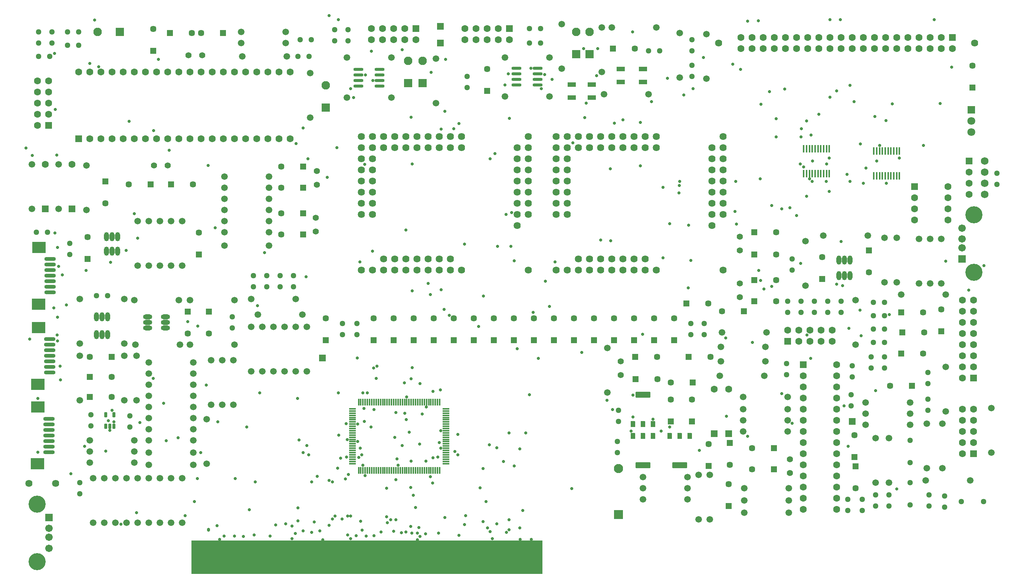
<source format=gts>
G04*
G04 #@! TF.GenerationSoftware,Altium Limited,Altium Designer,19.1.7 (138)*
G04*
G04 Layer_Color=8388736*
%FSLAX24Y24*%
%MOIN*%
G70*
G01*
G75*
%ADD18R,3.1550X0.3000*%
%ADD19R,0.0721X0.0422*%
G04:AMPARAMS|DCode=20|XSize=131.6mil|YSize=55.6mil|CornerRadius=5.9mil|HoleSize=0mil|Usage=FLASHONLY|Rotation=180.000|XOffset=0mil|YOffset=0mil|HoleType=Round|Shape=RoundedRectangle|*
%AMROUNDEDRECTD20*
21,1,0.1316,0.0438,0,0,180.0*
21,1,0.1198,0.0556,0,0,180.0*
1,1,0.0117,-0.0599,0.0219*
1,1,0.0117,0.0599,0.0219*
1,1,0.0117,0.0599,-0.0219*
1,1,0.0117,-0.0599,-0.0219*
%
%ADD20ROUNDEDRECTD20*%
G04:AMPARAMS|DCode=21|XSize=40.6mil|YSize=55.6mil|CornerRadius=4.7mil|HoleSize=0mil|Usage=FLASHONLY|Rotation=180.000|XOffset=0mil|YOffset=0mil|HoleType=Round|Shape=RoundedRectangle|*
%AMROUNDEDRECTD21*
21,1,0.0406,0.0461,0,0,180.0*
21,1,0.0311,0.0556,0,0,180.0*
1,1,0.0095,-0.0156,0.0230*
1,1,0.0095,0.0156,0.0230*
1,1,0.0095,0.0156,-0.0230*
1,1,0.0095,-0.0156,-0.0230*
%
%ADD21ROUNDEDRECTD21*%
%ADD22O,0.1040X0.0340*%
%ADD23O,0.0150X0.0631*%
%ADD24O,0.0631X0.0150*%
G04:AMPARAMS|DCode=25|XSize=47.3mil|YSize=27.6mil|CornerRadius=7.9mil|HoleSize=0mil|Usage=FLASHONLY|Rotation=270.000|XOffset=0mil|YOffset=0mil|HoleType=Round|Shape=RoundedRectangle|*
%AMROUNDEDRECTD25*
21,1,0.0473,0.0118,0,0,270.0*
21,1,0.0315,0.0276,0,0,270.0*
1,1,0.0158,-0.0059,-0.0157*
1,1,0.0158,-0.0059,0.0157*
1,1,0.0158,0.0059,0.0157*
1,1,0.0158,0.0059,-0.0157*
%
%ADD25ROUNDEDRECTD25*%
%ADD26O,0.0906X0.0276*%
%ADD27R,0.0158X0.0670*%
%ADD28O,0.0440X0.2040*%
%ADD29C,0.0640*%
%ADD30C,0.0512*%
%ADD31C,0.0690*%
%ADD32C,0.0670*%
%ADD33R,0.0670X0.0670*%
%ADD34C,0.1536*%
%ADD35C,0.0572*%
%ADD36R,0.0572X0.0572*%
%ADD37R,0.0572X0.0572*%
%ADD38C,0.0591*%
%ADD39C,0.0631*%
%ADD40R,0.0631X0.0631*%
%ADD41R,0.0631X0.0631*%
%ADD42R,0.1240X0.1040*%
%ADD43O,0.0827X0.0434*%
%ADD44O,0.0827X0.0434*%
%ADD45O,0.0434X0.0827*%
%ADD46O,0.0434X0.0827*%
%ADD47C,0.0709*%
%ADD48R,0.0709X0.0709*%
%ADD49R,0.0768X0.0768*%
%ADD50C,0.0768*%
%ADD51R,0.0768X0.0768*%
%ADD52C,0.0552*%
%ADD53C,0.0827*%
%ADD54R,0.0827X0.0827*%
%ADD55C,0.0276*%
D18*
X71605Y61300D02*
D03*
D19*
X96400Y104017D02*
D03*
Y105183D02*
D03*
X94400Y104017D02*
D03*
Y105183D02*
D03*
X91800Y102617D02*
D03*
Y103783D02*
D03*
X90000Y102617D02*
D03*
Y103783D02*
D03*
D20*
X96398Y69566D02*
D03*
X96400Y75917D02*
D03*
X99700Y69583D02*
D03*
D21*
X95497Y72200D02*
D03*
X96398D02*
D03*
X97300D02*
D03*
X97302Y73283D02*
D03*
X96400D02*
D03*
X95498D02*
D03*
X98798Y72217D02*
D03*
X99700D02*
D03*
X100602D02*
D03*
D22*
X43100Y80900D02*
D03*
Y80400D02*
D03*
Y79900D02*
D03*
Y79400D02*
D03*
Y78900D02*
D03*
Y78400D02*
D03*
Y77900D02*
D03*
X43145Y88100D02*
D03*
Y87600D02*
D03*
Y87100D02*
D03*
Y86600D02*
D03*
Y86100D02*
D03*
Y85600D02*
D03*
Y85100D02*
D03*
X43045Y73750D02*
D03*
Y73250D02*
D03*
Y72750D02*
D03*
Y72250D02*
D03*
Y71750D02*
D03*
Y71250D02*
D03*
Y70750D02*
D03*
D23*
X77946Y69113D02*
D03*
X78143D02*
D03*
Y75255D02*
D03*
X77946D02*
D03*
X70860D02*
D03*
X71057D02*
D03*
X71254D02*
D03*
X71450D02*
D03*
X71647D02*
D03*
X71844D02*
D03*
X72041D02*
D03*
X72238D02*
D03*
X72435D02*
D03*
X72632D02*
D03*
X72828D02*
D03*
X73025D02*
D03*
X73222D02*
D03*
X73419D02*
D03*
X73616D02*
D03*
X73813D02*
D03*
X74009D02*
D03*
X74206D02*
D03*
X74403D02*
D03*
X74600D02*
D03*
X74797D02*
D03*
X74994D02*
D03*
X75191D02*
D03*
X75387D02*
D03*
X75584D02*
D03*
X75781D02*
D03*
X75978D02*
D03*
X76175D02*
D03*
X76372D02*
D03*
X76568D02*
D03*
X76765D02*
D03*
X76962D02*
D03*
X77159D02*
D03*
X77356D02*
D03*
X77553D02*
D03*
X77750D02*
D03*
Y69113D02*
D03*
X77553D02*
D03*
X77356D02*
D03*
X77159D02*
D03*
X76962D02*
D03*
X76765D02*
D03*
X76568D02*
D03*
X76372D02*
D03*
X76175D02*
D03*
X75978D02*
D03*
X75781D02*
D03*
X75584D02*
D03*
X75387D02*
D03*
X75191D02*
D03*
X74994D02*
D03*
X74797D02*
D03*
X74600D02*
D03*
X74403D02*
D03*
X74206D02*
D03*
X74009D02*
D03*
X73813D02*
D03*
X73616D02*
D03*
X73419D02*
D03*
X73222D02*
D03*
X73025D02*
D03*
X72828D02*
D03*
X72632D02*
D03*
X72435D02*
D03*
X72238D02*
D03*
X72041D02*
D03*
X71844D02*
D03*
X71647D02*
D03*
X71450D02*
D03*
X71254D02*
D03*
X71057D02*
D03*
X70860D02*
D03*
D24*
X78694Y74645D02*
D03*
Y74448D02*
D03*
Y74251D02*
D03*
Y74054D02*
D03*
Y73857D02*
D03*
Y73661D02*
D03*
Y73464D02*
D03*
Y73267D02*
D03*
Y73070D02*
D03*
Y72873D02*
D03*
Y72676D02*
D03*
Y72480D02*
D03*
Y72283D02*
D03*
Y72086D02*
D03*
Y71889D02*
D03*
Y71692D02*
D03*
Y71495D02*
D03*
Y71298D02*
D03*
Y71102D02*
D03*
Y70905D02*
D03*
Y70708D02*
D03*
Y70511D02*
D03*
Y70314D02*
D03*
Y70117D02*
D03*
Y69920D02*
D03*
Y69724D02*
D03*
X70309D02*
D03*
Y69920D02*
D03*
Y70117D02*
D03*
Y70314D02*
D03*
Y70511D02*
D03*
Y70708D02*
D03*
Y70905D02*
D03*
Y71102D02*
D03*
Y71298D02*
D03*
Y71495D02*
D03*
Y71692D02*
D03*
Y71889D02*
D03*
Y72086D02*
D03*
Y72283D02*
D03*
Y72480D02*
D03*
Y72676D02*
D03*
Y72873D02*
D03*
Y73070D02*
D03*
Y73267D02*
D03*
Y73464D02*
D03*
Y73661D02*
D03*
Y73857D02*
D03*
Y74054D02*
D03*
Y74251D02*
D03*
Y74448D02*
D03*
Y74645D02*
D03*
D25*
X48126Y74112D02*
D03*
X48874D02*
D03*
Y73088D02*
D03*
X48500D02*
D03*
X48126D02*
D03*
D26*
X70855Y105150D02*
D03*
Y104650D02*
D03*
Y104150D02*
D03*
Y103650D02*
D03*
X72745Y105150D02*
D03*
Y104650D02*
D03*
Y104150D02*
D03*
Y103650D02*
D03*
X85055Y105250D02*
D03*
Y104750D02*
D03*
Y104250D02*
D03*
Y103750D02*
D03*
X86945Y105250D02*
D03*
Y104750D02*
D03*
Y104250D02*
D03*
Y103750D02*
D03*
D27*
X119452Y97822D02*
D03*
X119196D02*
D03*
X118940D02*
D03*
X118684D02*
D03*
X118428D02*
D03*
X118172D02*
D03*
X117916D02*
D03*
X117660D02*
D03*
X117404D02*
D03*
X117148D02*
D03*
X119452Y95578D02*
D03*
X119196D02*
D03*
X118940D02*
D03*
X118684D02*
D03*
X118428D02*
D03*
X118172D02*
D03*
X117916D02*
D03*
X117660D02*
D03*
X117404D02*
D03*
X117148D02*
D03*
X113152Y98022D02*
D03*
X112896D02*
D03*
X112640D02*
D03*
X112384D02*
D03*
X112128D02*
D03*
X111872D02*
D03*
X111616D02*
D03*
X111360D02*
D03*
X111104D02*
D03*
X110848D02*
D03*
X113152Y95778D02*
D03*
X112896D02*
D03*
X112640D02*
D03*
X112384D02*
D03*
X112128D02*
D03*
X111872D02*
D03*
X111616D02*
D03*
X111360D02*
D03*
X111104D02*
D03*
X110848D02*
D03*
D28*
X62880Y61750D02*
D03*
X80380D02*
D03*
X86880D02*
D03*
X86380D02*
D03*
X85880D02*
D03*
X85380D02*
D03*
X84880D02*
D03*
X84380D02*
D03*
X83880D02*
D03*
X83380D02*
D03*
X82880D02*
D03*
X82380D02*
D03*
X81880D02*
D03*
X79880D02*
D03*
X79380D02*
D03*
X78880D02*
D03*
X78380D02*
D03*
X77880D02*
D03*
X77380D02*
D03*
X76880D02*
D03*
X76380D02*
D03*
X75880D02*
D03*
X75380D02*
D03*
X74880D02*
D03*
X74380D02*
D03*
X73880D02*
D03*
X73380D02*
D03*
X72880D02*
D03*
X72380D02*
D03*
X71880D02*
D03*
X71380D02*
D03*
X70880D02*
D03*
X70380D02*
D03*
X69880D02*
D03*
X69380D02*
D03*
X68880D02*
D03*
X68380D02*
D03*
X67880D02*
D03*
X67380D02*
D03*
X66880D02*
D03*
X66380D02*
D03*
X65880D02*
D03*
X65380D02*
D03*
X64880D02*
D03*
X64380D02*
D03*
X63880D02*
D03*
X63380D02*
D03*
X61380D02*
D03*
X60880D02*
D03*
X60380D02*
D03*
X59880D02*
D03*
X59380D02*
D03*
X58880D02*
D03*
X58380D02*
D03*
X57880D02*
D03*
X57380D02*
D03*
X56880D02*
D03*
X56380D02*
D03*
D29*
X43654Y67938D02*
D03*
X41254D02*
D03*
X88600Y99100D02*
D03*
X89600D02*
D03*
Y98100D02*
D03*
X88600D02*
D03*
X90600D02*
D03*
Y99100D02*
D03*
X91600Y98100D02*
D03*
Y99100D02*
D03*
X92600Y98100D02*
D03*
Y99100D02*
D03*
X93600D02*
D03*
Y98100D02*
D03*
X94600Y99100D02*
D03*
Y98100D02*
D03*
X97600Y99100D02*
D03*
Y98100D02*
D03*
X95600D02*
D03*
X96600D02*
D03*
Y99100D02*
D03*
X95600D02*
D03*
X102600Y98100D02*
D03*
X103600Y99100D02*
D03*
Y98100D02*
D03*
X89600Y97100D02*
D03*
X88600D02*
D03*
X89600Y96100D02*
D03*
X88600D02*
D03*
X89600Y92100D02*
D03*
X88600D02*
D03*
X89600Y93100D02*
D03*
X88600D02*
D03*
Y94100D02*
D03*
X89600D02*
D03*
X88600Y95100D02*
D03*
X89600D02*
D03*
Y87100D02*
D03*
X88600D02*
D03*
X103600D02*
D03*
X95600Y88100D02*
D03*
X96600D02*
D03*
Y87100D02*
D03*
X95600D02*
D03*
X97600D02*
D03*
X94600D02*
D03*
Y88100D02*
D03*
X93600Y87100D02*
D03*
Y88100D02*
D03*
X92600D02*
D03*
Y87100D02*
D03*
X91600Y88100D02*
D03*
Y87100D02*
D03*
X90600Y88100D02*
D03*
Y87100D02*
D03*
X103600Y95100D02*
D03*
X102600D02*
D03*
X103600Y94100D02*
D03*
X102600D02*
D03*
Y93100D02*
D03*
X103600D02*
D03*
X102600Y92100D02*
D03*
X103600D02*
D03*
X102600Y91100D02*
D03*
Y96100D02*
D03*
X103600D02*
D03*
X102600Y97100D02*
D03*
X103600D02*
D03*
X86100D02*
D03*
X85100D02*
D03*
X86100Y96100D02*
D03*
X85100D02*
D03*
Y91100D02*
D03*
X86100Y92100D02*
D03*
X85100D02*
D03*
X86100Y93100D02*
D03*
X85100D02*
D03*
Y94100D02*
D03*
X86100D02*
D03*
X85100Y95100D02*
D03*
X86100D02*
D03*
X73100Y87100D02*
D03*
Y88100D02*
D03*
X74100Y87100D02*
D03*
Y88100D02*
D03*
X75100Y87100D02*
D03*
Y88100D02*
D03*
X76100D02*
D03*
Y87100D02*
D03*
X77100Y88100D02*
D03*
Y87100D02*
D03*
X80100D02*
D03*
X78100D02*
D03*
X79100D02*
D03*
Y88100D02*
D03*
X78100D02*
D03*
X86100Y87100D02*
D03*
X71100D02*
D03*
X72100D02*
D03*
Y95100D02*
D03*
X71100D02*
D03*
X72100Y94100D02*
D03*
X71100D02*
D03*
Y93100D02*
D03*
X72100D02*
D03*
X71100Y92100D02*
D03*
X72100D02*
D03*
X71100Y96100D02*
D03*
X72100D02*
D03*
X71100Y97100D02*
D03*
X72100D02*
D03*
X86100Y98100D02*
D03*
Y99100D02*
D03*
X85100Y98100D02*
D03*
X78100Y99100D02*
D03*
X79100D02*
D03*
Y98100D02*
D03*
X78100D02*
D03*
X80100D02*
D03*
Y99100D02*
D03*
X77100Y98100D02*
D03*
Y99100D02*
D03*
X76100Y98100D02*
D03*
Y99100D02*
D03*
X75100D02*
D03*
Y98100D02*
D03*
X74100Y99100D02*
D03*
Y98100D02*
D03*
X73100Y99100D02*
D03*
Y98100D02*
D03*
X71100D02*
D03*
X72100D02*
D03*
Y99100D02*
D03*
X71100D02*
D03*
X103200Y107500D02*
D03*
X126200D02*
D03*
D30*
X94200Y73500D02*
D03*
Y74500D02*
D03*
X94100Y70700D02*
D03*
Y71700D02*
D03*
X123500Y65800D02*
D03*
Y66800D02*
D03*
X120400Y69800D02*
D03*
Y71800D02*
D03*
X115100Y75900D02*
D03*
Y74900D02*
D03*
X101900Y81300D02*
D03*
Y82300D02*
D03*
X100700Y81300D02*
D03*
Y82300D02*
D03*
X122100Y66900D02*
D03*
Y65900D02*
D03*
X128200Y94800D02*
D03*
Y95800D02*
D03*
X116100Y65500D02*
D03*
Y66500D02*
D03*
X70700Y81300D02*
D03*
Y82300D02*
D03*
X69400Y81300D02*
D03*
Y82300D02*
D03*
X50300Y73000D02*
D03*
Y74000D02*
D03*
X65400Y106300D02*
D03*
X66400D02*
D03*
X118500Y66900D02*
D03*
Y65900D02*
D03*
X117300Y66900D02*
D03*
Y65900D02*
D03*
X46800Y74100D02*
D03*
Y73100D02*
D03*
X44900Y89500D02*
D03*
Y88500D02*
D03*
X59500Y81900D02*
D03*
Y82900D02*
D03*
X80600Y103500D02*
D03*
Y104500D02*
D03*
X125000Y66300D02*
D03*
X127000D02*
D03*
X97900Y106800D02*
D03*
X96900D02*
D03*
X48300Y84800D02*
D03*
X47300D02*
D03*
X109800Y87100D02*
D03*
Y88100D02*
D03*
X109300Y78700D02*
D03*
Y77700D02*
D03*
X114800Y65500D02*
D03*
Y66500D02*
D03*
X111800Y84300D02*
D03*
Y83300D02*
D03*
X42100Y106300D02*
D03*
X43100D02*
D03*
X42900Y90500D02*
D03*
X41900D02*
D03*
X114200Y83300D02*
D03*
Y84300D02*
D03*
X113000Y83300D02*
D03*
Y84300D02*
D03*
X109400Y83300D02*
D03*
Y84300D02*
D03*
X110600Y83300D02*
D03*
Y84300D02*
D03*
X45700Y108500D02*
D03*
X44700D02*
D03*
X65600Y107800D02*
D03*
X66600D02*
D03*
X45700Y107300D02*
D03*
X44700D02*
D03*
X42100Y107500D02*
D03*
Y108500D02*
D03*
X43300Y107500D02*
D03*
Y108500D02*
D03*
X116900Y79300D02*
D03*
Y78300D02*
D03*
X118100Y79300D02*
D03*
Y78300D02*
D03*
X120400Y68000D02*
D03*
Y66000D02*
D03*
X118100Y80600D02*
D03*
X117100D02*
D03*
X118100Y81800D02*
D03*
X117100D02*
D03*
X118100Y83000D02*
D03*
X117100D02*
D03*
X118100Y84200D02*
D03*
X117100D02*
D03*
X63800Y85600D02*
D03*
Y86600D02*
D03*
X87200Y108800D02*
D03*
X86200D02*
D03*
Y107500D02*
D03*
X87200D02*
D03*
X62600Y85600D02*
D03*
Y86600D02*
D03*
X65000Y85600D02*
D03*
Y86600D02*
D03*
X45800Y67000D02*
D03*
Y68000D02*
D03*
X61400Y85600D02*
D03*
Y86600D02*
D03*
X115200Y78500D02*
D03*
Y77500D02*
D03*
X122000Y74500D02*
D03*
Y75500D02*
D03*
Y77900D02*
D03*
Y76900D02*
D03*
X100800Y107800D02*
D03*
Y106800D02*
D03*
X68700Y108700D02*
D03*
Y107700D02*
D03*
X69900D02*
D03*
Y108700D02*
D03*
X100800Y105500D02*
D03*
Y104500D02*
D03*
D31*
X127100Y93900D02*
D03*
Y95900D02*
D03*
Y94900D02*
D03*
Y96900D02*
D03*
D32*
X125086Y89894D02*
D03*
Y90878D02*
D03*
Y89106D02*
D03*
X43050Y63894D02*
D03*
Y62122D02*
D03*
Y63106D02*
D03*
D33*
X125086Y88122D02*
D03*
X43050Y64878D02*
D03*
D34*
X126153Y86913D02*
D03*
Y92087D02*
D03*
X41983Y60913D02*
D03*
Y66087D02*
D03*
D35*
X102284Y84100D02*
D03*
X104200Y69616D02*
D03*
X57400Y81416D02*
D03*
X55500D02*
D03*
X56500Y90484D02*
D03*
X46500Y90084D02*
D03*
X48100Y93116D02*
D03*
X123200Y83584D02*
D03*
X48684Y77500D02*
D03*
X46716Y79300D02*
D03*
X116700Y86916D02*
D03*
X112500Y88284D02*
D03*
X48684Y75700D02*
D03*
X118616Y76700D02*
D03*
X52400Y108784D02*
D03*
X115500Y67516D02*
D03*
X106216Y69200D02*
D03*
X55984Y94800D02*
D03*
X56716Y108400D02*
D03*
X55884D02*
D03*
X115400Y72284D02*
D03*
X106216Y71100D02*
D03*
X50216Y94800D02*
D03*
X63916Y94500D02*
D03*
X84800Y82784D02*
D03*
X67900D02*
D03*
X63916Y96400D02*
D03*
X82400Y105184D02*
D03*
X63916Y90300D02*
D03*
Y92200D02*
D03*
X83000Y82784D02*
D03*
X81200D02*
D03*
X79400D02*
D03*
X77600D02*
D03*
X75800D02*
D03*
X74000D02*
D03*
X72200D02*
D03*
X108384Y90500D02*
D03*
Y88500D02*
D03*
X95684Y107000D02*
D03*
X108384Y86200D02*
D03*
Y84300D02*
D03*
X86600Y82784D02*
D03*
X88400D02*
D03*
X90200D02*
D03*
X92000D02*
D03*
X93800D02*
D03*
X95600D02*
D03*
X97400D02*
D03*
X99200D02*
D03*
X103516Y83400D02*
D03*
X121584Y79600D02*
D03*
Y83300D02*
D03*
X126000Y105484D02*
D03*
X121684Y81500D02*
D03*
X98900Y75484D02*
D03*
X102484Y79300D02*
D03*
X100800Y75484D02*
D03*
X98916Y77000D02*
D03*
X97700Y77300D02*
D03*
X97684Y79300D02*
D03*
X104100Y67884D02*
D03*
X102300Y71484D02*
D03*
D36*
X100316Y84100D02*
D03*
X46716Y77500D02*
D03*
X48684Y79300D02*
D03*
X46716Y75700D02*
D03*
X120584Y76700D02*
D03*
X108184Y69200D02*
D03*
X54016Y94800D02*
D03*
X58684Y108400D02*
D03*
X53916D02*
D03*
X108184Y71100D02*
D03*
X52184Y94800D02*
D03*
X65884Y94500D02*
D03*
Y96400D02*
D03*
Y90300D02*
D03*
Y92200D02*
D03*
X106416Y90500D02*
D03*
Y88500D02*
D03*
X93716Y107000D02*
D03*
X106416Y86200D02*
D03*
Y84300D02*
D03*
X105484Y83400D02*
D03*
X119616Y79600D02*
D03*
Y83300D02*
D03*
X119716Y81500D02*
D03*
X100516Y79300D02*
D03*
X100884Y77000D02*
D03*
X95731Y77300D02*
D03*
X95716Y79300D02*
D03*
D37*
X104200Y71584D02*
D03*
X57400Y83384D02*
D03*
X55500D02*
D03*
X56500Y88516D02*
D03*
X46500Y88116D02*
D03*
X48100Y95084D02*
D03*
X123200Y81616D02*
D03*
X116700Y88884D02*
D03*
X112500Y86316D02*
D03*
X52400Y106816D02*
D03*
X115500Y69484D02*
D03*
X115400Y70316D02*
D03*
X84800Y80816D02*
D03*
X67900D02*
D03*
X82400Y103216D02*
D03*
X83000Y80816D02*
D03*
X81200D02*
D03*
X79400D02*
D03*
X77600D02*
D03*
X75800D02*
D03*
X74000D02*
D03*
X72200D02*
D03*
X86600D02*
D03*
X88400D02*
D03*
X90200D02*
D03*
X92000D02*
D03*
X93800D02*
D03*
X95600D02*
D03*
X97400D02*
D03*
X99200D02*
D03*
X126000Y103516D02*
D03*
X98900Y73516D02*
D03*
X100800D02*
D03*
X104100Y65916D02*
D03*
X102300Y69516D02*
D03*
D38*
X103400Y80200D02*
D03*
X107400D02*
D03*
X92900Y102900D02*
D03*
X96900D02*
D03*
X52000Y87500D02*
D03*
Y91500D02*
D03*
X50700Y84400D02*
D03*
X54700D02*
D03*
X53000Y87500D02*
D03*
Y91500D02*
D03*
X109400Y75700D02*
D03*
X105400D02*
D03*
X51000Y87500D02*
D03*
Y91500D02*
D03*
X59700Y80400D02*
D03*
X55700D02*
D03*
X50800D02*
D03*
X54800D02*
D03*
X55000Y87500D02*
D03*
Y91500D02*
D03*
X55700Y84400D02*
D03*
X59700D02*
D03*
X54000Y91500D02*
D03*
Y87500D02*
D03*
X50900Y75400D02*
D03*
Y79400D02*
D03*
X49800Y75400D02*
D03*
Y79400D02*
D03*
X119200Y90000D02*
D03*
Y86000D02*
D03*
X127700Y74700D02*
D03*
Y70700D02*
D03*
X111000Y85700D02*
D03*
Y89700D02*
D03*
X45800Y75400D02*
D03*
Y79400D02*
D03*
Y84500D02*
D03*
Y80500D02*
D03*
X112600Y90200D02*
D03*
X116600D02*
D03*
X118100Y90000D02*
D03*
Y86000D02*
D03*
X49800Y80500D02*
D03*
Y84500D02*
D03*
X66500Y104800D02*
D03*
Y100800D02*
D03*
X120400Y74200D02*
D03*
X116400D02*
D03*
X120400Y73200D02*
D03*
X116400D02*
D03*
X64300Y108500D02*
D03*
X60300D02*
D03*
X43900Y96600D02*
D03*
Y92600D02*
D03*
X64300Y107500D02*
D03*
X60300D02*
D03*
X46400Y96500D02*
D03*
Y92500D02*
D03*
X41500Y96600D02*
D03*
Y92600D02*
D03*
X120400Y75200D02*
D03*
X116400D02*
D03*
X109400Y73600D02*
D03*
X105400D02*
D03*
X109400Y72600D02*
D03*
X105400D02*
D03*
X64400Y106300D02*
D03*
X60400D02*
D03*
X109400Y74600D02*
D03*
X105400D02*
D03*
X56000Y69600D02*
D03*
X52000D02*
D03*
Y70700D02*
D03*
X56000D02*
D03*
X50700Y69800D02*
D03*
X46700D02*
D03*
X117300Y68000D02*
D03*
Y72000D02*
D03*
X58800Y91500D02*
D03*
X62800D02*
D03*
X46700Y70800D02*
D03*
X50700D02*
D03*
X46700Y71800D02*
D03*
X50700D02*
D03*
X58800Y92500D02*
D03*
X62800D02*
D03*
X118500Y68000D02*
D03*
Y72000D02*
D03*
X58800Y95500D02*
D03*
X62800D02*
D03*
Y90500D02*
D03*
X58800D02*
D03*
Y94500D02*
D03*
X62800D02*
D03*
X58800Y93500D02*
D03*
X62800D02*
D03*
X77800Y102100D02*
D03*
Y106100D02*
D03*
X58800Y89300D02*
D03*
X62800D02*
D03*
X48000Y64400D02*
D03*
Y68400D02*
D03*
X65200Y84500D02*
D03*
X61200D02*
D03*
X47000Y68400D02*
D03*
Y64400D02*
D03*
X89100Y109200D02*
D03*
Y105200D02*
D03*
X69800Y106200D02*
D03*
X73800D02*
D03*
Y102600D02*
D03*
X69800D02*
D03*
X123300Y69300D02*
D03*
Y73300D02*
D03*
X123200Y85900D02*
D03*
Y89900D02*
D03*
X55000Y68400D02*
D03*
Y64400D02*
D03*
X54000Y68400D02*
D03*
Y64400D02*
D03*
X53000D02*
D03*
Y68400D02*
D03*
X52000Y64400D02*
D03*
Y68400D02*
D03*
X51000Y64400D02*
D03*
Y68400D02*
D03*
X50000D02*
D03*
Y64400D02*
D03*
X49000D02*
D03*
Y68400D02*
D03*
X97600Y108900D02*
D03*
X93600D02*
D03*
X121800Y68200D02*
D03*
X125800D02*
D03*
X123600Y78400D02*
D03*
Y74400D02*
D03*
X121900Y73300D02*
D03*
Y69300D02*
D03*
X99700Y104400D02*
D03*
Y108400D02*
D03*
X92700Y104900D02*
D03*
Y108900D02*
D03*
X107500Y81500D02*
D03*
X103500D02*
D03*
X123600Y84900D02*
D03*
X119600D02*
D03*
X88000Y106200D02*
D03*
X84000D02*
D03*
X115500Y80400D02*
D03*
Y84400D02*
D03*
X84000Y102700D02*
D03*
X88000D02*
D03*
X102100Y108300D02*
D03*
Y104300D02*
D03*
X122200Y85900D02*
D03*
Y89900D02*
D03*
X121200Y85900D02*
D03*
Y89900D02*
D03*
X56000Y71800D02*
D03*
X52000D02*
D03*
X56000Y72800D02*
D03*
X52000D02*
D03*
X56000Y73800D02*
D03*
X52000D02*
D03*
X56000Y74800D02*
D03*
X52000D02*
D03*
X56000Y75800D02*
D03*
X52000D02*
D03*
X56000Y76800D02*
D03*
X52000D02*
D03*
X63200Y82000D02*
D03*
Y78000D02*
D03*
X56000Y77800D02*
D03*
X52000D02*
D03*
X56000Y78800D02*
D03*
X52000D02*
D03*
X62200Y82000D02*
D03*
Y78000D02*
D03*
X61200Y82000D02*
D03*
Y78000D02*
D03*
X107300Y77600D02*
D03*
X103300D02*
D03*
X103400Y78900D02*
D03*
X107400D02*
D03*
X66200Y78000D02*
D03*
Y82000D02*
D03*
X102400Y64700D02*
D03*
Y68700D02*
D03*
X65200Y78000D02*
D03*
Y82000D02*
D03*
X101400Y64700D02*
D03*
Y68700D02*
D03*
X96400Y66500D02*
D03*
X100400D02*
D03*
X96400Y67500D02*
D03*
X100400D02*
D03*
X64200Y78000D02*
D03*
Y82000D02*
D03*
X96400Y68500D02*
D03*
X100400D02*
D03*
X65800Y83100D02*
D03*
X61800D02*
D03*
X59600Y75000D02*
D03*
Y79000D02*
D03*
X58600Y75000D02*
D03*
Y79000D02*
D03*
X57600Y75000D02*
D03*
Y79000D02*
D03*
X93200Y80100D02*
D03*
Y76100D02*
D03*
X109500Y67500D02*
D03*
X105500D02*
D03*
X109500Y66400D02*
D03*
X105500D02*
D03*
X109500Y65300D02*
D03*
X105500D02*
D03*
X57200Y73700D02*
D03*
Y69700D02*
D03*
D39*
X125100Y74600D02*
D03*
X126100D02*
D03*
X125100Y73600D02*
D03*
X126100D02*
D03*
X125100Y72600D02*
D03*
X126100D02*
D03*
X125100Y71600D02*
D03*
X126100D02*
D03*
X125100Y70600D02*
D03*
X105200Y107000D02*
D03*
Y108000D02*
D03*
X106200Y107000D02*
D03*
Y108000D02*
D03*
X107200Y107000D02*
D03*
Y108000D02*
D03*
X108200Y107000D02*
D03*
Y108000D02*
D03*
X109200Y107000D02*
D03*
Y108000D02*
D03*
X110200Y107000D02*
D03*
Y108000D02*
D03*
X111200Y107000D02*
D03*
Y108000D02*
D03*
X112200Y107000D02*
D03*
Y108000D02*
D03*
X113200Y107000D02*
D03*
Y108000D02*
D03*
X114200Y107000D02*
D03*
Y108000D02*
D03*
X115200Y107000D02*
D03*
Y108000D02*
D03*
X116200Y107000D02*
D03*
Y108000D02*
D03*
X117200Y107000D02*
D03*
Y108000D02*
D03*
X118200Y107000D02*
D03*
Y108000D02*
D03*
X119200Y107000D02*
D03*
Y108000D02*
D03*
X120200Y107000D02*
D03*
Y108000D02*
D03*
X121200Y107000D02*
D03*
Y108000D02*
D03*
X122200Y107000D02*
D03*
Y108000D02*
D03*
X123200Y107000D02*
D03*
Y108000D02*
D03*
X124200Y107000D02*
D03*
X125700Y93900D02*
D03*
Y94900D02*
D03*
Y95900D02*
D03*
X42000Y100100D02*
D03*
X43000Y101100D02*
D03*
X42000D02*
D03*
X43000Y102100D02*
D03*
X42000D02*
D03*
X43000Y103100D02*
D03*
X42000D02*
D03*
X43000Y104100D02*
D03*
X42000D02*
D03*
X109400Y81700D02*
D03*
X110400Y80700D02*
D03*
Y81700D02*
D03*
X111400Y80700D02*
D03*
Y81700D02*
D03*
X112400Y80700D02*
D03*
Y81700D02*
D03*
X113400Y80700D02*
D03*
Y81700D02*
D03*
X126100Y78400D02*
D03*
Y79400D02*
D03*
Y80400D02*
D03*
Y81400D02*
D03*
Y82400D02*
D03*
Y83400D02*
D03*
Y84400D02*
D03*
X125100Y77400D02*
D03*
Y78400D02*
D03*
Y79400D02*
D03*
Y80400D02*
D03*
Y81400D02*
D03*
Y82400D02*
D03*
Y83400D02*
D03*
Y84400D02*
D03*
X84400Y107800D02*
D03*
X83400Y108800D02*
D03*
Y107800D02*
D03*
X82400Y108800D02*
D03*
Y107800D02*
D03*
X81400Y108800D02*
D03*
Y107800D02*
D03*
X80400Y108800D02*
D03*
Y107800D02*
D03*
X76000D02*
D03*
X75000Y108800D02*
D03*
Y107800D02*
D03*
X74000Y108800D02*
D03*
Y107800D02*
D03*
X73000Y108800D02*
D03*
Y107800D02*
D03*
X72000Y108800D02*
D03*
Y107800D02*
D03*
X42700Y96608D02*
D03*
X45100D02*
D03*
X104100Y76408D02*
D03*
X102800D02*
D03*
X120800Y93600D02*
D03*
Y92600D02*
D03*
Y91600D02*
D03*
X123800Y94600D02*
D03*
Y93600D02*
D03*
Y92600D02*
D03*
Y91600D02*
D03*
X113800Y65600D02*
D03*
Y66600D02*
D03*
Y67600D02*
D03*
Y68600D02*
D03*
Y69600D02*
D03*
Y70600D02*
D03*
Y71600D02*
D03*
Y72600D02*
D03*
Y73600D02*
D03*
Y74600D02*
D03*
Y75600D02*
D03*
Y76600D02*
D03*
Y77600D02*
D03*
Y78600D02*
D03*
X110800Y65600D02*
D03*
Y66600D02*
D03*
Y67600D02*
D03*
Y68600D02*
D03*
Y69600D02*
D03*
Y70600D02*
D03*
Y71600D02*
D03*
Y72600D02*
D03*
Y73600D02*
D03*
Y74600D02*
D03*
Y75600D02*
D03*
Y76600D02*
D03*
Y77600D02*
D03*
X46700Y98900D02*
D03*
X47700D02*
D03*
X48700D02*
D03*
X49700D02*
D03*
X50700D02*
D03*
X51700D02*
D03*
X52700D02*
D03*
X53700D02*
D03*
X54700D02*
D03*
X55700D02*
D03*
X56700D02*
D03*
X57700D02*
D03*
X58700D02*
D03*
X59700D02*
D03*
X60700D02*
D03*
X61700D02*
D03*
X62700D02*
D03*
X63700D02*
D03*
X64700D02*
D03*
X45700Y104900D02*
D03*
X46700D02*
D03*
X47700D02*
D03*
X48700D02*
D03*
X49700D02*
D03*
X50700D02*
D03*
X51700D02*
D03*
X52700D02*
D03*
X53700D02*
D03*
X54700D02*
D03*
X55700D02*
D03*
X56700D02*
D03*
X57700D02*
D03*
X58700D02*
D03*
X59700D02*
D03*
X60700D02*
D03*
X61700D02*
D03*
X62700D02*
D03*
X63700D02*
D03*
X64700D02*
D03*
D40*
X126100Y70600D02*
D03*
X125700Y96900D02*
D03*
X43000Y100100D02*
D03*
X126100Y77400D02*
D03*
X42700Y92592D02*
D03*
X45100D02*
D03*
X104100Y72392D02*
D03*
X102800D02*
D03*
X45700Y98900D02*
D03*
X115200Y73500D02*
D03*
X78200Y107500D02*
D03*
Y109000D02*
D03*
D41*
X124200Y108000D02*
D03*
X109400Y80700D02*
D03*
X84400Y108800D02*
D03*
X76000D02*
D03*
X120800Y94600D02*
D03*
X110800Y78600D02*
D03*
X67600Y79200D02*
D03*
D42*
X42055Y76850D02*
D03*
X42105Y81950D02*
D03*
X42100Y84050D02*
D03*
X42150Y89150D02*
D03*
X42000Y69700D02*
D03*
X42050Y74800D02*
D03*
D43*
X53500Y82900D02*
D03*
Y82400D02*
D03*
X51900Y81900D02*
D03*
Y82400D02*
D03*
D44*
X53500Y81900D02*
D03*
X51900Y82900D02*
D03*
D45*
X48200Y90100D02*
D03*
X48700D02*
D03*
X49200Y88800D02*
D03*
X48700D02*
D03*
X115000Y86600D02*
D03*
X114500D02*
D03*
X48300Y81300D02*
D03*
X47800D02*
D03*
X114000Y88000D02*
D03*
X114500D02*
D03*
X47300Y82900D02*
D03*
X47800D02*
D03*
D46*
X49200Y90100D02*
D03*
X48200Y88800D02*
D03*
X114000Y86600D02*
D03*
X47300Y81300D02*
D03*
X115000Y88000D02*
D03*
X48300Y82900D02*
D03*
D47*
X125900Y99500D02*
D03*
Y100500D02*
D03*
D48*
Y101500D02*
D03*
D49*
X67900Y101700D02*
D03*
X76600Y103900D02*
D03*
X75300D02*
D03*
X90400Y106500D02*
D03*
X91600D02*
D03*
D50*
X67900Y103700D02*
D03*
X47400Y108500D02*
D03*
X76600Y105900D02*
D03*
X75300D02*
D03*
X90400Y108500D02*
D03*
X91600D02*
D03*
D51*
X49400D02*
D03*
D52*
X56810Y106400D02*
D03*
X55590D02*
D03*
X109600Y68890D02*
D03*
Y70110D02*
D03*
X53710Y96500D02*
D03*
X52490D02*
D03*
X67100Y94790D02*
D03*
Y96010D02*
D03*
X67000Y90590D02*
D03*
Y91810D02*
D03*
X105100Y88890D02*
D03*
Y90110D02*
D03*
Y84690D02*
D03*
Y85910D02*
D03*
X94400Y78910D02*
D03*
Y77690D02*
D03*
D53*
X94200Y69259D02*
D03*
D54*
Y65141D02*
D03*
D55*
X77296Y68550D02*
D03*
X74210Y68280D02*
D03*
X74206Y64680D02*
D03*
X76130Y62890D02*
D03*
X73750Y64670D02*
D03*
X68980Y69313D02*
D03*
X71000Y71100D02*
D03*
X95343Y72630D02*
D03*
X98798Y73000D02*
D03*
X125670Y85310D02*
D03*
X85350Y63940D02*
D03*
Y71040D02*
D03*
X78109Y71620D02*
D03*
X84853Y69500D02*
D03*
X79520Y70800D02*
D03*
X78230Y71102D02*
D03*
X83290Y71130D02*
D03*
Y64310D02*
D03*
X73380Y64930D02*
D03*
X74000Y63640D02*
D03*
X57380Y63814D02*
D03*
Y63730D02*
D03*
X62900Y63200D02*
D03*
X55290Y65040D02*
D03*
X79880Y63270D02*
D03*
X42050Y70750D02*
D03*
X84380Y64670D02*
D03*
X66880Y64490D02*
D03*
X78234Y72676D02*
D03*
X67630Y62880D02*
D03*
X69880Y63317D02*
D03*
X70130Y65000D02*
D03*
X84380Y72470D02*
D03*
X64880Y62970D02*
D03*
Y64120D02*
D03*
X85860Y72470D02*
D03*
X80460Y65040D02*
D03*
X84380Y63790D02*
D03*
X69880Y65000D02*
D03*
X79779Y70509D02*
D03*
X79780Y72330D02*
D03*
X75584Y69940D02*
D03*
X79779Y72331D02*
D03*
X79780Y70510D02*
D03*
X76909Y69940D02*
D03*
X76880Y63410D02*
D03*
X76130Y63470D02*
D03*
X72880Y63570D02*
D03*
X74783Y71350D02*
D03*
X41320Y80900D02*
D03*
X43820Y80740D02*
D03*
X60520Y63160D02*
D03*
X65407Y64580D02*
D03*
Y65739D02*
D03*
X85597Y65523D02*
D03*
X84000Y103750D02*
D03*
X63416Y64216D02*
D03*
X59700Y63200D02*
D03*
X56100Y66300D02*
D03*
X58130Y64130D02*
D03*
X61480Y63310D02*
D03*
X69050Y109620D02*
D03*
X74790Y106910D02*
D03*
X45010Y68810D02*
D03*
X90000Y67490D02*
D03*
X96171Y96471D02*
D03*
X48130Y70830D02*
D03*
X76335Y71475D02*
D03*
X77553Y70257D02*
D03*
X93170Y75420D02*
D03*
X75191Y75720D02*
D03*
X98050Y72630D02*
D03*
X73390Y67520D02*
D03*
X74300Y70133D02*
D03*
X68750Y65000D02*
D03*
X71190Y63750D02*
D03*
X75110Y63580D02*
D03*
X82300Y66310D02*
D03*
X82050Y69290D02*
D03*
X74403Y69580D02*
D03*
X92600Y89810D02*
D03*
X107960Y92910D02*
D03*
X106770Y109500D02*
D03*
X113200Y109600D02*
D03*
X114140D02*
D03*
X122570D02*
D03*
X78030Y63464D02*
D03*
X73438Y64402D02*
D03*
X70770Y73270D02*
D03*
X82880Y62960D02*
D03*
X82690Y63620D02*
D03*
X111104Y93753D02*
D03*
X58380Y62920D02*
D03*
X87570Y104660D02*
D03*
X88230Y104250D02*
D03*
X111104Y100500D02*
D03*
X111626Y96920D02*
D03*
X117404D02*
D03*
X97302Y73708D02*
D03*
X86380Y62920D02*
D03*
X123610Y87910D02*
D03*
X54640Y72040D02*
D03*
X83880Y69897D02*
D03*
X77980Y70314D02*
D03*
X82600Y71410D02*
D03*
X84130Y63550D02*
D03*
X82049Y64511D02*
D03*
X80380Y64240D02*
D03*
X78600Y64890D02*
D03*
X75530Y67560D02*
D03*
Y64070D02*
D03*
X72230Y63225D02*
D03*
X71543Y63213D02*
D03*
X70630Y63250D02*
D03*
X70130Y62970D02*
D03*
X69380Y64750D02*
D03*
X69680Y68340D02*
D03*
X69770Y70314D02*
D03*
X70890Y70261D02*
D03*
X68210Y64180D02*
D03*
Y68215D02*
D03*
X69228Y70206D02*
D03*
X67380Y63660D02*
D03*
X68500Y64730D02*
D03*
Y68089D02*
D03*
X71140Y70518D02*
D03*
X66630Y63530D02*
D03*
Y68060D02*
D03*
X67130Y68560D02*
D03*
X66380Y70500D02*
D03*
X70770Y71692D02*
D03*
X65880Y63690D02*
D03*
Y70720D02*
D03*
X69850Y71890D02*
D03*
X66220Y71340D02*
D03*
X71380Y73520D02*
D03*
X119220Y67440D02*
D03*
X121610Y98310D02*
D03*
X117660D02*
D03*
X82440Y63940D02*
D03*
X69940Y68738D02*
D03*
X71254Y69580D02*
D03*
X86340Y105250D02*
D03*
X92250Y104580D02*
D03*
X90100Y98529D02*
D03*
X65521Y71830D02*
D03*
X69750Y73320D02*
D03*
X79420Y99800D02*
D03*
X84536Y89244D02*
D03*
X42050Y75570D02*
D03*
X48500Y72700D02*
D03*
X43610Y101530D02*
D03*
X69030Y76080D02*
D03*
X71254D02*
D03*
X95498Y73892D02*
D03*
X72140Y104150D02*
D03*
X91080Y107000D02*
D03*
X92330D02*
D03*
X113152Y97170D02*
D03*
X119452D02*
D03*
X64300Y64300D02*
D03*
X43784Y81270D02*
D03*
X114480Y74920D02*
D03*
X71030Y64550D02*
D03*
X58780Y63210D02*
D03*
X49500Y64280D02*
D03*
X85380Y62920D02*
D03*
X61570Y68090D02*
D03*
X65360Y75580D02*
D03*
X57340Y96500D02*
D03*
X53850Y97860D02*
D03*
X93490Y96210D02*
D03*
X87655Y86105D02*
D03*
X71420Y96600D02*
D03*
X68900Y98100D02*
D03*
X68030Y95450D02*
D03*
X98210Y94530D02*
D03*
Y88207D02*
D03*
X88510Y87840D02*
D03*
X78260Y99779D02*
D03*
X78610Y101360D02*
D03*
X91303Y102120D02*
D03*
X66300Y97100D02*
D03*
X48560Y87820D02*
D03*
X46390Y87090D02*
D03*
X55500Y82490D02*
D03*
X60800Y73020D02*
D03*
X114200Y89670D02*
D03*
X48870Y73470D02*
D03*
X100720Y87960D02*
D03*
X113152Y94180D02*
D03*
X117300Y76260D02*
D03*
X70397Y102600D02*
D03*
X46250Y71260D02*
D03*
X48720Y74500D02*
D03*
X43530Y106590D02*
D03*
X116020Y81210D02*
D03*
X101840Y106200D02*
D03*
X79890Y100290D02*
D03*
X108890Y76020D02*
D03*
X51000Y89980D02*
D03*
X114840Y71290D02*
D03*
X78680Y106050D02*
D03*
X62396Y88680D02*
D03*
X107270Y85410D02*
D03*
X99700Y95090D02*
D03*
X96380Y81330D02*
D03*
X77310Y84910D02*
D03*
X57960Y90904D02*
D03*
X75100Y90700D02*
D03*
X47150Y109560D02*
D03*
X52440Y99640D02*
D03*
X52880Y106030D02*
D03*
X66137Y86493D02*
D03*
X114330Y85720D02*
D03*
X75680Y78330D02*
D03*
X49970Y88880D02*
D03*
X103850Y81010D02*
D03*
X114910Y81860D02*
D03*
X76280Y63977D02*
D03*
X65160Y63440D02*
D03*
X69070Y72280D02*
D03*
X75405Y72530D02*
D03*
X81650Y82040D02*
D03*
X87997Y83827D02*
D03*
X104460Y105600D02*
D03*
X109810Y73350D02*
D03*
X118800Y102050D02*
D03*
X72020Y106770D02*
D03*
X77360Y104870D02*
D03*
X118250Y100540D02*
D03*
X65870Y99860D02*
D03*
X108380Y100700D02*
D03*
Y99080D02*
D03*
X110598D02*
D03*
X50250Y100460D02*
D03*
X113800Y103210D02*
D03*
X77100Y85900D02*
D03*
X107980Y85640D02*
D03*
X108860Y92620D02*
D03*
X83110Y97570D02*
D03*
X84420Y100740D02*
D03*
X110650Y99820D02*
D03*
X116200Y94910D02*
D03*
X118290D02*
D03*
X78280Y85350D02*
D03*
X100470Y85520D02*
D03*
X100920Y103420D02*
D03*
X117250Y100900D02*
D03*
X110848Y96380D02*
D03*
X110540Y96650D02*
D03*
X110200Y92020D02*
D03*
X97170Y102250D02*
D03*
X112200Y101100D02*
D03*
X99630Y94050D02*
D03*
X100090Y102839D02*
D03*
X113200Y102650D02*
D03*
X114750Y95695D02*
D03*
X91171Y100820D02*
D03*
X96160Y100380D02*
D03*
X112860Y95070D02*
D03*
X115000D02*
D03*
X112896Y96630D02*
D03*
X124130Y105350D02*
D03*
X95460Y108500D02*
D03*
X105820Y109480D02*
D03*
X106950Y95310D02*
D03*
X68204Y109989D02*
D03*
X70980Y87850D02*
D03*
X75570Y100840D02*
D03*
X115360Y102250D02*
D03*
X87270Y103400D02*
D03*
X107770Y103150D02*
D03*
X107019Y102019D02*
D03*
X50910Y65310D02*
D03*
X75960Y65780D02*
D03*
X76380Y63160D02*
D03*
X84850Y87930D02*
D03*
X127030Y87520D02*
D03*
X82090Y84760D02*
D03*
X78530Y83560D02*
D03*
X75670Y96640D02*
D03*
Y85241D02*
D03*
X106246Y80610D02*
D03*
X93520Y89730D02*
D03*
X104820Y91230D02*
D03*
X106800Y87080D02*
D03*
X113795Y85825D02*
D03*
X115910Y83506D02*
D03*
X93856Y100297D02*
D03*
X116450Y96260D02*
D03*
X115930Y98430D02*
D03*
X94600Y100610D02*
D03*
X59770Y68380D02*
D03*
X75780Y66880D02*
D03*
X75630Y63490D02*
D03*
X41540Y97420D02*
D03*
X70150Y103400D02*
D03*
X43820Y82870D02*
D03*
X71460Y104650D02*
D03*
X43820Y89130D02*
D03*
X84610Y92270D02*
D03*
X43910Y87430D02*
D03*
X86530Y83300D02*
D03*
X44052Y78490D02*
D03*
X85110Y80050D02*
D03*
X40970Y98070D02*
D03*
X84317Y104750D02*
D03*
X44250Y86660D02*
D03*
X43490Y83703D02*
D03*
X104660Y92370D02*
D03*
X46700Y105690D02*
D03*
X80360Y89450D02*
D03*
X105160Y105130D02*
D03*
X50700Y92190D02*
D03*
X56390Y68370D02*
D03*
X109150Y103380D02*
D03*
X56660Y70700D02*
D03*
X81790Y67530D02*
D03*
X74700Y63520D02*
D03*
X72100Y88800D02*
D03*
X98820Y91260D02*
D03*
X99680Y94720D02*
D03*
X111360Y95310D02*
D03*
X83330Y89230D02*
D03*
X100510Y91140D02*
D03*
X104730Y95060D02*
D03*
X111610D02*
D03*
X111515Y99231D02*
D03*
X109610Y92700D02*
D03*
X110590Y87710D02*
D03*
X43740Y97440D02*
D03*
X105810Y72170D02*
D03*
X61050Y65584D02*
D03*
X61765Y83900D02*
D03*
X118540Y83120D02*
D03*
X111150Y81276D02*
D03*
X111480Y79180D02*
D03*
X106963Y86180D02*
D03*
X76945Y74805D02*
D03*
X77553Y76220D02*
D03*
X78200Y76340D02*
D03*
X84100Y92110D02*
D03*
X82690Y97100D02*
D03*
X52410Y77390D02*
D03*
X87000Y79160D02*
D03*
X56410Y82070D02*
D03*
X79000Y83050D02*
D03*
X48376Y73586D02*
D03*
X57190Y76760D02*
D03*
X74970Y76960D02*
D03*
X74206Y74308D02*
D03*
X72510Y78490D02*
D03*
X53590Y71760D02*
D03*
X74994Y74246D02*
D03*
X75590Y77330D02*
D03*
X51212Y73422D02*
D03*
X75135Y73680D02*
D03*
X53340Y75140D02*
D03*
X76372Y76897D02*
D03*
X76570Y74181D02*
D03*
X71450Y68650D02*
D03*
X77500Y67990D02*
D03*
X71990Y73003D02*
D03*
X103910Y73960D02*
D03*
X74120Y72070D02*
D03*
X101460Y70911D02*
D03*
X95500Y75870D02*
D03*
X86220Y75900D02*
D03*
X72435Y77391D02*
D03*
X72238Y74572D02*
D03*
X93660Y74580D02*
D03*
X70757Y79200D02*
D03*
X58200Y73490D02*
D03*
X71350Y74690D02*
D03*
X71647Y76080D02*
D03*
X61960D02*
D03*
X72220Y78310D02*
D03*
X44602Y83962D02*
D03*
X44070Y77240D02*
D03*
X90910Y79710D02*
D03*
X123120Y102080D02*
D03*
X47516Y105360D02*
D03*
X43570Y90430D02*
D03*
X65250Y98480D02*
D03*
X98620Y104340D02*
D03*
X115000Y103710D02*
D03*
M02*

</source>
